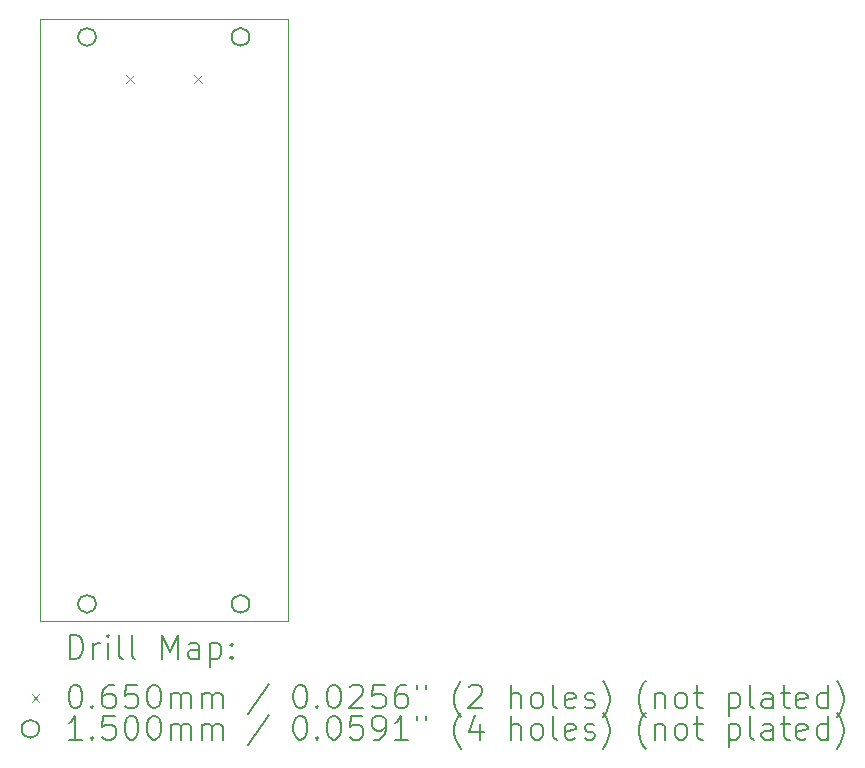
<source format=gbr>
%TF.GenerationSoftware,KiCad,Pcbnew,(6.0.7)*%
%TF.CreationDate,2022-09-23T08:48:55+05:30*%
%TF.ProjectId,Mitayi-Pico-RP2040,4d697461-7969-42d5-9069-636f2d525032,0.4*%
%TF.SameCoordinates,PX825e060PY6d4a840*%
%TF.FileFunction,Drillmap*%
%TF.FilePolarity,Positive*%
%FSLAX45Y45*%
G04 Gerber Fmt 4.5, Leading zero omitted, Abs format (unit mm)*
G04 Created by KiCad (PCBNEW (6.0.7)) date 2022-09-23 08:48:55*
%MOMM*%
%LPD*%
G01*
G04 APERTURE LIST*
%ADD10C,0.100000*%
%ADD11C,0.200000*%
%ADD12C,0.065000*%
%ADD13C,0.150000*%
G04 APERTURE END LIST*
D10*
X0Y5100000D02*
X2100000Y5100000D01*
X2100000Y0D02*
X0Y0D01*
X2100000Y5100000D02*
X2100000Y0D01*
X0Y0D02*
X0Y5100000D01*
D11*
D12*
X728500Y4624500D02*
X793500Y4559500D01*
X793500Y4624500D02*
X728500Y4559500D01*
X1308500Y4624500D02*
X1373500Y4559500D01*
X1373500Y4624500D02*
X1308500Y4559500D01*
D13*
X475000Y4949000D02*
G75*
G03*
X475000Y4949000I-75000J0D01*
G01*
X475000Y149000D02*
G75*
G03*
X475000Y149000I-75000J0D01*
G01*
X1775000Y4949000D02*
G75*
G03*
X1775000Y4949000I-75000J0D01*
G01*
X1775000Y149000D02*
G75*
G03*
X1775000Y149000I-75000J0D01*
G01*
D11*
X252619Y-315476D02*
X252619Y-115476D01*
X300238Y-115476D01*
X328810Y-125000D01*
X347857Y-144048D01*
X357381Y-163095D01*
X366905Y-201190D01*
X366905Y-229762D01*
X357381Y-267857D01*
X347857Y-286905D01*
X328810Y-305952D01*
X300238Y-315476D01*
X252619Y-315476D01*
X452619Y-315476D02*
X452619Y-182143D01*
X452619Y-220238D02*
X462143Y-201190D01*
X471667Y-191667D01*
X490714Y-182143D01*
X509762Y-182143D01*
X576429Y-315476D02*
X576429Y-182143D01*
X576429Y-115476D02*
X566905Y-125000D01*
X576429Y-134524D01*
X585952Y-125000D01*
X576429Y-115476D01*
X576429Y-134524D01*
X700238Y-315476D02*
X681190Y-305952D01*
X671667Y-286905D01*
X671667Y-115476D01*
X805000Y-315476D02*
X785952Y-305952D01*
X776428Y-286905D01*
X776428Y-115476D01*
X1033571Y-315476D02*
X1033571Y-115476D01*
X1100238Y-258333D01*
X1166905Y-115476D01*
X1166905Y-315476D01*
X1347857Y-315476D02*
X1347857Y-210714D01*
X1338333Y-191667D01*
X1319286Y-182143D01*
X1281190Y-182143D01*
X1262143Y-191667D01*
X1347857Y-305952D02*
X1328810Y-315476D01*
X1281190Y-315476D01*
X1262143Y-305952D01*
X1252619Y-286905D01*
X1252619Y-267857D01*
X1262143Y-248809D01*
X1281190Y-239286D01*
X1328810Y-239286D01*
X1347857Y-229762D01*
X1443095Y-182143D02*
X1443095Y-382143D01*
X1443095Y-191667D02*
X1462143Y-182143D01*
X1500238Y-182143D01*
X1519286Y-191667D01*
X1528809Y-201190D01*
X1538333Y-220238D01*
X1538333Y-277381D01*
X1528809Y-296429D01*
X1519286Y-305952D01*
X1500238Y-315476D01*
X1462143Y-315476D01*
X1443095Y-305952D01*
X1624048Y-296429D02*
X1633571Y-305952D01*
X1624048Y-315476D01*
X1614524Y-305952D01*
X1624048Y-296429D01*
X1624048Y-315476D01*
X1624048Y-191667D02*
X1633571Y-201190D01*
X1624048Y-210714D01*
X1614524Y-201190D01*
X1624048Y-191667D01*
X1624048Y-210714D01*
D12*
X-70000Y-612500D02*
X-5000Y-677500D01*
X-5000Y-612500D02*
X-70000Y-677500D01*
D11*
X290714Y-535476D02*
X309762Y-535476D01*
X328810Y-545000D01*
X338333Y-554524D01*
X347857Y-573571D01*
X357381Y-611667D01*
X357381Y-659286D01*
X347857Y-697381D01*
X338333Y-716428D01*
X328810Y-725952D01*
X309762Y-735476D01*
X290714Y-735476D01*
X271667Y-725952D01*
X262143Y-716428D01*
X252619Y-697381D01*
X243095Y-659286D01*
X243095Y-611667D01*
X252619Y-573571D01*
X262143Y-554524D01*
X271667Y-545000D01*
X290714Y-535476D01*
X443095Y-716428D02*
X452619Y-725952D01*
X443095Y-735476D01*
X433571Y-725952D01*
X443095Y-716428D01*
X443095Y-735476D01*
X624048Y-535476D02*
X585952Y-535476D01*
X566905Y-545000D01*
X557381Y-554524D01*
X538333Y-583095D01*
X528810Y-621190D01*
X528810Y-697381D01*
X538333Y-716428D01*
X547857Y-725952D01*
X566905Y-735476D01*
X605000Y-735476D01*
X624048Y-725952D01*
X633571Y-716428D01*
X643095Y-697381D01*
X643095Y-649762D01*
X633571Y-630714D01*
X624048Y-621190D01*
X605000Y-611667D01*
X566905Y-611667D01*
X547857Y-621190D01*
X538333Y-630714D01*
X528810Y-649762D01*
X824048Y-535476D02*
X728809Y-535476D01*
X719286Y-630714D01*
X728809Y-621190D01*
X747857Y-611667D01*
X795476Y-611667D01*
X814524Y-621190D01*
X824048Y-630714D01*
X833571Y-649762D01*
X833571Y-697381D01*
X824048Y-716428D01*
X814524Y-725952D01*
X795476Y-735476D01*
X747857Y-735476D01*
X728809Y-725952D01*
X719286Y-716428D01*
X957381Y-535476D02*
X976428Y-535476D01*
X995476Y-545000D01*
X1005000Y-554524D01*
X1014524Y-573571D01*
X1024048Y-611667D01*
X1024048Y-659286D01*
X1014524Y-697381D01*
X1005000Y-716428D01*
X995476Y-725952D01*
X976428Y-735476D01*
X957381Y-735476D01*
X938333Y-725952D01*
X928809Y-716428D01*
X919286Y-697381D01*
X909762Y-659286D01*
X909762Y-611667D01*
X919286Y-573571D01*
X928809Y-554524D01*
X938333Y-545000D01*
X957381Y-535476D01*
X1109762Y-735476D02*
X1109762Y-602143D01*
X1109762Y-621190D02*
X1119286Y-611667D01*
X1138333Y-602143D01*
X1166905Y-602143D01*
X1185952Y-611667D01*
X1195476Y-630714D01*
X1195476Y-735476D01*
X1195476Y-630714D02*
X1205000Y-611667D01*
X1224048Y-602143D01*
X1252619Y-602143D01*
X1271667Y-611667D01*
X1281190Y-630714D01*
X1281190Y-735476D01*
X1376429Y-735476D02*
X1376429Y-602143D01*
X1376429Y-621190D02*
X1385952Y-611667D01*
X1405000Y-602143D01*
X1433571Y-602143D01*
X1452619Y-611667D01*
X1462143Y-630714D01*
X1462143Y-735476D01*
X1462143Y-630714D02*
X1471667Y-611667D01*
X1490714Y-602143D01*
X1519286Y-602143D01*
X1538333Y-611667D01*
X1547857Y-630714D01*
X1547857Y-735476D01*
X1938333Y-525952D02*
X1766905Y-783095D01*
X2195476Y-535476D02*
X2214524Y-535476D01*
X2233571Y-545000D01*
X2243095Y-554524D01*
X2252619Y-573571D01*
X2262143Y-611667D01*
X2262143Y-659286D01*
X2252619Y-697381D01*
X2243095Y-716428D01*
X2233571Y-725952D01*
X2214524Y-735476D01*
X2195476Y-735476D01*
X2176429Y-725952D01*
X2166905Y-716428D01*
X2157381Y-697381D01*
X2147857Y-659286D01*
X2147857Y-611667D01*
X2157381Y-573571D01*
X2166905Y-554524D01*
X2176429Y-545000D01*
X2195476Y-535476D01*
X2347857Y-716428D02*
X2357381Y-725952D01*
X2347857Y-735476D01*
X2338333Y-725952D01*
X2347857Y-716428D01*
X2347857Y-735476D01*
X2481190Y-535476D02*
X2500238Y-535476D01*
X2519286Y-545000D01*
X2528810Y-554524D01*
X2538333Y-573571D01*
X2547857Y-611667D01*
X2547857Y-659286D01*
X2538333Y-697381D01*
X2528810Y-716428D01*
X2519286Y-725952D01*
X2500238Y-735476D01*
X2481190Y-735476D01*
X2462143Y-725952D01*
X2452619Y-716428D01*
X2443095Y-697381D01*
X2433571Y-659286D01*
X2433571Y-611667D01*
X2443095Y-573571D01*
X2452619Y-554524D01*
X2462143Y-545000D01*
X2481190Y-535476D01*
X2624048Y-554524D02*
X2633571Y-545000D01*
X2652619Y-535476D01*
X2700238Y-535476D01*
X2719286Y-545000D01*
X2728810Y-554524D01*
X2738333Y-573571D01*
X2738333Y-592619D01*
X2728810Y-621190D01*
X2614524Y-735476D01*
X2738333Y-735476D01*
X2919286Y-535476D02*
X2824048Y-535476D01*
X2814524Y-630714D01*
X2824048Y-621190D01*
X2843095Y-611667D01*
X2890714Y-611667D01*
X2909762Y-621190D01*
X2919286Y-630714D01*
X2928809Y-649762D01*
X2928809Y-697381D01*
X2919286Y-716428D01*
X2909762Y-725952D01*
X2890714Y-735476D01*
X2843095Y-735476D01*
X2824048Y-725952D01*
X2814524Y-716428D01*
X3100238Y-535476D02*
X3062143Y-535476D01*
X3043095Y-545000D01*
X3033571Y-554524D01*
X3014524Y-583095D01*
X3005000Y-621190D01*
X3005000Y-697381D01*
X3014524Y-716428D01*
X3024048Y-725952D01*
X3043095Y-735476D01*
X3081190Y-735476D01*
X3100238Y-725952D01*
X3109762Y-716428D01*
X3119286Y-697381D01*
X3119286Y-649762D01*
X3109762Y-630714D01*
X3100238Y-621190D01*
X3081190Y-611667D01*
X3043095Y-611667D01*
X3024048Y-621190D01*
X3014524Y-630714D01*
X3005000Y-649762D01*
X3195476Y-535476D02*
X3195476Y-573571D01*
X3271667Y-535476D02*
X3271667Y-573571D01*
X3566905Y-811667D02*
X3557381Y-802143D01*
X3538333Y-773571D01*
X3528809Y-754524D01*
X3519286Y-725952D01*
X3509762Y-678333D01*
X3509762Y-640238D01*
X3519286Y-592619D01*
X3528809Y-564048D01*
X3538333Y-545000D01*
X3557381Y-516428D01*
X3566905Y-506905D01*
X3633571Y-554524D02*
X3643095Y-545000D01*
X3662143Y-535476D01*
X3709762Y-535476D01*
X3728809Y-545000D01*
X3738333Y-554524D01*
X3747857Y-573571D01*
X3747857Y-592619D01*
X3738333Y-621190D01*
X3624048Y-735476D01*
X3747857Y-735476D01*
X3985952Y-735476D02*
X3985952Y-535476D01*
X4071667Y-735476D02*
X4071667Y-630714D01*
X4062143Y-611667D01*
X4043095Y-602143D01*
X4014524Y-602143D01*
X3995476Y-611667D01*
X3985952Y-621190D01*
X4195476Y-735476D02*
X4176428Y-725952D01*
X4166905Y-716428D01*
X4157381Y-697381D01*
X4157381Y-640238D01*
X4166905Y-621190D01*
X4176428Y-611667D01*
X4195476Y-602143D01*
X4224048Y-602143D01*
X4243095Y-611667D01*
X4252619Y-621190D01*
X4262143Y-640238D01*
X4262143Y-697381D01*
X4252619Y-716428D01*
X4243095Y-725952D01*
X4224048Y-735476D01*
X4195476Y-735476D01*
X4376429Y-735476D02*
X4357381Y-725952D01*
X4347857Y-706905D01*
X4347857Y-535476D01*
X4528810Y-725952D02*
X4509762Y-735476D01*
X4471667Y-735476D01*
X4452619Y-725952D01*
X4443095Y-706905D01*
X4443095Y-630714D01*
X4452619Y-611667D01*
X4471667Y-602143D01*
X4509762Y-602143D01*
X4528810Y-611667D01*
X4538333Y-630714D01*
X4538333Y-649762D01*
X4443095Y-668810D01*
X4614524Y-725952D02*
X4633571Y-735476D01*
X4671667Y-735476D01*
X4690714Y-725952D01*
X4700238Y-706905D01*
X4700238Y-697381D01*
X4690714Y-678333D01*
X4671667Y-668810D01*
X4643095Y-668810D01*
X4624048Y-659286D01*
X4614524Y-640238D01*
X4614524Y-630714D01*
X4624048Y-611667D01*
X4643095Y-602143D01*
X4671667Y-602143D01*
X4690714Y-611667D01*
X4766905Y-811667D02*
X4776429Y-802143D01*
X4795476Y-773571D01*
X4805000Y-754524D01*
X4814524Y-725952D01*
X4824048Y-678333D01*
X4824048Y-640238D01*
X4814524Y-592619D01*
X4805000Y-564048D01*
X4795476Y-545000D01*
X4776429Y-516428D01*
X4766905Y-506905D01*
X5128810Y-811667D02*
X5119286Y-802143D01*
X5100238Y-773571D01*
X5090714Y-754524D01*
X5081190Y-725952D01*
X5071667Y-678333D01*
X5071667Y-640238D01*
X5081190Y-592619D01*
X5090714Y-564048D01*
X5100238Y-545000D01*
X5119286Y-516428D01*
X5128810Y-506905D01*
X5205000Y-602143D02*
X5205000Y-735476D01*
X5205000Y-621190D02*
X5214524Y-611667D01*
X5233571Y-602143D01*
X5262143Y-602143D01*
X5281190Y-611667D01*
X5290714Y-630714D01*
X5290714Y-735476D01*
X5414524Y-735476D02*
X5395476Y-725952D01*
X5385952Y-716428D01*
X5376429Y-697381D01*
X5376429Y-640238D01*
X5385952Y-621190D01*
X5395476Y-611667D01*
X5414524Y-602143D01*
X5443095Y-602143D01*
X5462143Y-611667D01*
X5471667Y-621190D01*
X5481190Y-640238D01*
X5481190Y-697381D01*
X5471667Y-716428D01*
X5462143Y-725952D01*
X5443095Y-735476D01*
X5414524Y-735476D01*
X5538333Y-602143D02*
X5614524Y-602143D01*
X5566905Y-535476D02*
X5566905Y-706905D01*
X5576429Y-725952D01*
X5595476Y-735476D01*
X5614524Y-735476D01*
X5833571Y-602143D02*
X5833571Y-802143D01*
X5833571Y-611667D02*
X5852619Y-602143D01*
X5890714Y-602143D01*
X5909762Y-611667D01*
X5919286Y-621190D01*
X5928809Y-640238D01*
X5928809Y-697381D01*
X5919286Y-716428D01*
X5909762Y-725952D01*
X5890714Y-735476D01*
X5852619Y-735476D01*
X5833571Y-725952D01*
X6043095Y-735476D02*
X6024048Y-725952D01*
X6014524Y-706905D01*
X6014524Y-535476D01*
X6205000Y-735476D02*
X6205000Y-630714D01*
X6195476Y-611667D01*
X6176428Y-602143D01*
X6138333Y-602143D01*
X6119286Y-611667D01*
X6205000Y-725952D02*
X6185952Y-735476D01*
X6138333Y-735476D01*
X6119286Y-725952D01*
X6109762Y-706905D01*
X6109762Y-687857D01*
X6119286Y-668810D01*
X6138333Y-659286D01*
X6185952Y-659286D01*
X6205000Y-649762D01*
X6271667Y-602143D02*
X6347857Y-602143D01*
X6300238Y-535476D02*
X6300238Y-706905D01*
X6309762Y-725952D01*
X6328809Y-735476D01*
X6347857Y-735476D01*
X6490714Y-725952D02*
X6471667Y-735476D01*
X6433571Y-735476D01*
X6414524Y-725952D01*
X6405000Y-706905D01*
X6405000Y-630714D01*
X6414524Y-611667D01*
X6433571Y-602143D01*
X6471667Y-602143D01*
X6490714Y-611667D01*
X6500238Y-630714D01*
X6500238Y-649762D01*
X6405000Y-668810D01*
X6671667Y-735476D02*
X6671667Y-535476D01*
X6671667Y-725952D02*
X6652619Y-735476D01*
X6614524Y-735476D01*
X6595476Y-725952D01*
X6585952Y-716428D01*
X6576428Y-697381D01*
X6576428Y-640238D01*
X6585952Y-621190D01*
X6595476Y-611667D01*
X6614524Y-602143D01*
X6652619Y-602143D01*
X6671667Y-611667D01*
X6747857Y-811667D02*
X6757381Y-802143D01*
X6776428Y-773571D01*
X6785952Y-754524D01*
X6795476Y-725952D01*
X6805000Y-678333D01*
X6805000Y-640238D01*
X6795476Y-592619D01*
X6785952Y-564048D01*
X6776428Y-545000D01*
X6757381Y-516428D01*
X6747857Y-506905D01*
D13*
X-5000Y-909000D02*
G75*
G03*
X-5000Y-909000I-75000J0D01*
G01*
D11*
X357381Y-999476D02*
X243095Y-999476D01*
X300238Y-999476D02*
X300238Y-799476D01*
X281190Y-828048D01*
X262143Y-847095D01*
X243095Y-856619D01*
X443095Y-980428D02*
X452619Y-989952D01*
X443095Y-999476D01*
X433571Y-989952D01*
X443095Y-980428D01*
X443095Y-999476D01*
X633571Y-799476D02*
X538333Y-799476D01*
X528810Y-894714D01*
X538333Y-885190D01*
X557381Y-875667D01*
X605000Y-875667D01*
X624048Y-885190D01*
X633571Y-894714D01*
X643095Y-913762D01*
X643095Y-961381D01*
X633571Y-980428D01*
X624048Y-989952D01*
X605000Y-999476D01*
X557381Y-999476D01*
X538333Y-989952D01*
X528810Y-980428D01*
X766905Y-799476D02*
X785952Y-799476D01*
X805000Y-809000D01*
X814524Y-818524D01*
X824048Y-837571D01*
X833571Y-875667D01*
X833571Y-923286D01*
X824048Y-961381D01*
X814524Y-980428D01*
X805000Y-989952D01*
X785952Y-999476D01*
X766905Y-999476D01*
X747857Y-989952D01*
X738333Y-980428D01*
X728809Y-961381D01*
X719286Y-923286D01*
X719286Y-875667D01*
X728809Y-837571D01*
X738333Y-818524D01*
X747857Y-809000D01*
X766905Y-799476D01*
X957381Y-799476D02*
X976428Y-799476D01*
X995476Y-809000D01*
X1005000Y-818524D01*
X1014524Y-837571D01*
X1024048Y-875667D01*
X1024048Y-923286D01*
X1014524Y-961381D01*
X1005000Y-980428D01*
X995476Y-989952D01*
X976428Y-999476D01*
X957381Y-999476D01*
X938333Y-989952D01*
X928809Y-980428D01*
X919286Y-961381D01*
X909762Y-923286D01*
X909762Y-875667D01*
X919286Y-837571D01*
X928809Y-818524D01*
X938333Y-809000D01*
X957381Y-799476D01*
X1109762Y-999476D02*
X1109762Y-866143D01*
X1109762Y-885190D02*
X1119286Y-875667D01*
X1138333Y-866143D01*
X1166905Y-866143D01*
X1185952Y-875667D01*
X1195476Y-894714D01*
X1195476Y-999476D01*
X1195476Y-894714D02*
X1205000Y-875667D01*
X1224048Y-866143D01*
X1252619Y-866143D01*
X1271667Y-875667D01*
X1281190Y-894714D01*
X1281190Y-999476D01*
X1376429Y-999476D02*
X1376429Y-866143D01*
X1376429Y-885190D02*
X1385952Y-875667D01*
X1405000Y-866143D01*
X1433571Y-866143D01*
X1452619Y-875667D01*
X1462143Y-894714D01*
X1462143Y-999476D01*
X1462143Y-894714D02*
X1471667Y-875667D01*
X1490714Y-866143D01*
X1519286Y-866143D01*
X1538333Y-875667D01*
X1547857Y-894714D01*
X1547857Y-999476D01*
X1938333Y-789952D02*
X1766905Y-1047095D01*
X2195476Y-799476D02*
X2214524Y-799476D01*
X2233571Y-809000D01*
X2243095Y-818524D01*
X2252619Y-837571D01*
X2262143Y-875667D01*
X2262143Y-923286D01*
X2252619Y-961381D01*
X2243095Y-980428D01*
X2233571Y-989952D01*
X2214524Y-999476D01*
X2195476Y-999476D01*
X2176429Y-989952D01*
X2166905Y-980428D01*
X2157381Y-961381D01*
X2147857Y-923286D01*
X2147857Y-875667D01*
X2157381Y-837571D01*
X2166905Y-818524D01*
X2176429Y-809000D01*
X2195476Y-799476D01*
X2347857Y-980428D02*
X2357381Y-989952D01*
X2347857Y-999476D01*
X2338333Y-989952D01*
X2347857Y-980428D01*
X2347857Y-999476D01*
X2481190Y-799476D02*
X2500238Y-799476D01*
X2519286Y-809000D01*
X2528810Y-818524D01*
X2538333Y-837571D01*
X2547857Y-875667D01*
X2547857Y-923286D01*
X2538333Y-961381D01*
X2528810Y-980428D01*
X2519286Y-989952D01*
X2500238Y-999476D01*
X2481190Y-999476D01*
X2462143Y-989952D01*
X2452619Y-980428D01*
X2443095Y-961381D01*
X2433571Y-923286D01*
X2433571Y-875667D01*
X2443095Y-837571D01*
X2452619Y-818524D01*
X2462143Y-809000D01*
X2481190Y-799476D01*
X2728810Y-799476D02*
X2633571Y-799476D01*
X2624048Y-894714D01*
X2633571Y-885190D01*
X2652619Y-875667D01*
X2700238Y-875667D01*
X2719286Y-885190D01*
X2728810Y-894714D01*
X2738333Y-913762D01*
X2738333Y-961381D01*
X2728810Y-980428D01*
X2719286Y-989952D01*
X2700238Y-999476D01*
X2652619Y-999476D01*
X2633571Y-989952D01*
X2624048Y-980428D01*
X2833571Y-999476D02*
X2871667Y-999476D01*
X2890714Y-989952D01*
X2900238Y-980428D01*
X2919286Y-951857D01*
X2928809Y-913762D01*
X2928809Y-837571D01*
X2919286Y-818524D01*
X2909762Y-809000D01*
X2890714Y-799476D01*
X2852619Y-799476D01*
X2833571Y-809000D01*
X2824048Y-818524D01*
X2814524Y-837571D01*
X2814524Y-885190D01*
X2824048Y-904238D01*
X2833571Y-913762D01*
X2852619Y-923286D01*
X2890714Y-923286D01*
X2909762Y-913762D01*
X2919286Y-904238D01*
X2928809Y-885190D01*
X3119286Y-999476D02*
X3005000Y-999476D01*
X3062143Y-999476D02*
X3062143Y-799476D01*
X3043095Y-828048D01*
X3024048Y-847095D01*
X3005000Y-856619D01*
X3195476Y-799476D02*
X3195476Y-837571D01*
X3271667Y-799476D02*
X3271667Y-837571D01*
X3566905Y-1075667D02*
X3557381Y-1066143D01*
X3538333Y-1037571D01*
X3528809Y-1018524D01*
X3519286Y-989952D01*
X3509762Y-942333D01*
X3509762Y-904238D01*
X3519286Y-856619D01*
X3528809Y-828048D01*
X3538333Y-809000D01*
X3557381Y-780428D01*
X3566905Y-770905D01*
X3728809Y-866143D02*
X3728809Y-999476D01*
X3681190Y-789952D02*
X3633571Y-932809D01*
X3757381Y-932809D01*
X3985952Y-999476D02*
X3985952Y-799476D01*
X4071667Y-999476D02*
X4071667Y-894714D01*
X4062143Y-875667D01*
X4043095Y-866143D01*
X4014524Y-866143D01*
X3995476Y-875667D01*
X3985952Y-885190D01*
X4195476Y-999476D02*
X4176428Y-989952D01*
X4166905Y-980428D01*
X4157381Y-961381D01*
X4157381Y-904238D01*
X4166905Y-885190D01*
X4176428Y-875667D01*
X4195476Y-866143D01*
X4224048Y-866143D01*
X4243095Y-875667D01*
X4252619Y-885190D01*
X4262143Y-904238D01*
X4262143Y-961381D01*
X4252619Y-980428D01*
X4243095Y-989952D01*
X4224048Y-999476D01*
X4195476Y-999476D01*
X4376429Y-999476D02*
X4357381Y-989952D01*
X4347857Y-970905D01*
X4347857Y-799476D01*
X4528810Y-989952D02*
X4509762Y-999476D01*
X4471667Y-999476D01*
X4452619Y-989952D01*
X4443095Y-970905D01*
X4443095Y-894714D01*
X4452619Y-875667D01*
X4471667Y-866143D01*
X4509762Y-866143D01*
X4528810Y-875667D01*
X4538333Y-894714D01*
X4538333Y-913762D01*
X4443095Y-932809D01*
X4614524Y-989952D02*
X4633571Y-999476D01*
X4671667Y-999476D01*
X4690714Y-989952D01*
X4700238Y-970905D01*
X4700238Y-961381D01*
X4690714Y-942333D01*
X4671667Y-932809D01*
X4643095Y-932809D01*
X4624048Y-923286D01*
X4614524Y-904238D01*
X4614524Y-894714D01*
X4624048Y-875667D01*
X4643095Y-866143D01*
X4671667Y-866143D01*
X4690714Y-875667D01*
X4766905Y-1075667D02*
X4776429Y-1066143D01*
X4795476Y-1037571D01*
X4805000Y-1018524D01*
X4814524Y-989952D01*
X4824048Y-942333D01*
X4824048Y-904238D01*
X4814524Y-856619D01*
X4805000Y-828048D01*
X4795476Y-809000D01*
X4776429Y-780428D01*
X4766905Y-770905D01*
X5128810Y-1075667D02*
X5119286Y-1066143D01*
X5100238Y-1037571D01*
X5090714Y-1018524D01*
X5081190Y-989952D01*
X5071667Y-942333D01*
X5071667Y-904238D01*
X5081190Y-856619D01*
X5090714Y-828048D01*
X5100238Y-809000D01*
X5119286Y-780428D01*
X5128810Y-770905D01*
X5205000Y-866143D02*
X5205000Y-999476D01*
X5205000Y-885190D02*
X5214524Y-875667D01*
X5233571Y-866143D01*
X5262143Y-866143D01*
X5281190Y-875667D01*
X5290714Y-894714D01*
X5290714Y-999476D01*
X5414524Y-999476D02*
X5395476Y-989952D01*
X5385952Y-980428D01*
X5376429Y-961381D01*
X5376429Y-904238D01*
X5385952Y-885190D01*
X5395476Y-875667D01*
X5414524Y-866143D01*
X5443095Y-866143D01*
X5462143Y-875667D01*
X5471667Y-885190D01*
X5481190Y-904238D01*
X5481190Y-961381D01*
X5471667Y-980428D01*
X5462143Y-989952D01*
X5443095Y-999476D01*
X5414524Y-999476D01*
X5538333Y-866143D02*
X5614524Y-866143D01*
X5566905Y-799476D02*
X5566905Y-970905D01*
X5576429Y-989952D01*
X5595476Y-999476D01*
X5614524Y-999476D01*
X5833571Y-866143D02*
X5833571Y-1066143D01*
X5833571Y-875667D02*
X5852619Y-866143D01*
X5890714Y-866143D01*
X5909762Y-875667D01*
X5919286Y-885190D01*
X5928809Y-904238D01*
X5928809Y-961381D01*
X5919286Y-980428D01*
X5909762Y-989952D01*
X5890714Y-999476D01*
X5852619Y-999476D01*
X5833571Y-989952D01*
X6043095Y-999476D02*
X6024048Y-989952D01*
X6014524Y-970905D01*
X6014524Y-799476D01*
X6205000Y-999476D02*
X6205000Y-894714D01*
X6195476Y-875667D01*
X6176428Y-866143D01*
X6138333Y-866143D01*
X6119286Y-875667D01*
X6205000Y-989952D02*
X6185952Y-999476D01*
X6138333Y-999476D01*
X6119286Y-989952D01*
X6109762Y-970905D01*
X6109762Y-951857D01*
X6119286Y-932809D01*
X6138333Y-923286D01*
X6185952Y-923286D01*
X6205000Y-913762D01*
X6271667Y-866143D02*
X6347857Y-866143D01*
X6300238Y-799476D02*
X6300238Y-970905D01*
X6309762Y-989952D01*
X6328809Y-999476D01*
X6347857Y-999476D01*
X6490714Y-989952D02*
X6471667Y-999476D01*
X6433571Y-999476D01*
X6414524Y-989952D01*
X6405000Y-970905D01*
X6405000Y-894714D01*
X6414524Y-875667D01*
X6433571Y-866143D01*
X6471667Y-866143D01*
X6490714Y-875667D01*
X6500238Y-894714D01*
X6500238Y-913762D01*
X6405000Y-932809D01*
X6671667Y-999476D02*
X6671667Y-799476D01*
X6671667Y-989952D02*
X6652619Y-999476D01*
X6614524Y-999476D01*
X6595476Y-989952D01*
X6585952Y-980428D01*
X6576428Y-961381D01*
X6576428Y-904238D01*
X6585952Y-885190D01*
X6595476Y-875667D01*
X6614524Y-866143D01*
X6652619Y-866143D01*
X6671667Y-875667D01*
X6747857Y-1075667D02*
X6757381Y-1066143D01*
X6776428Y-1037571D01*
X6785952Y-1018524D01*
X6795476Y-989952D01*
X6805000Y-942333D01*
X6805000Y-904238D01*
X6795476Y-856619D01*
X6785952Y-828048D01*
X6776428Y-809000D01*
X6757381Y-780428D01*
X6747857Y-770905D01*
M02*

</source>
